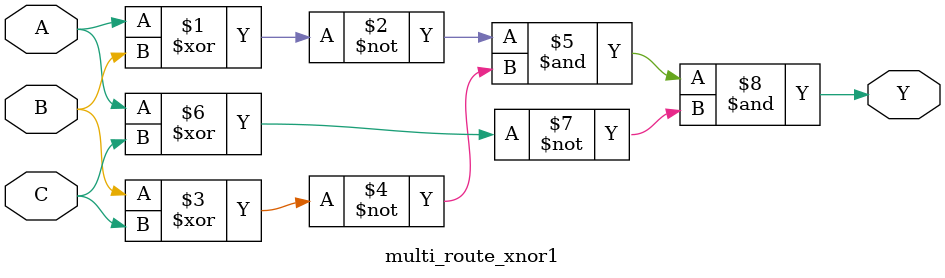
<source format=sv>
module multi_route_xnor1 (A, B, C, Y);
    input wire A, B, C;
    output wire Y;

    assign Y = ~(A ^ B) & ~(B ^ C) & ~(A ^ C);
endmodule
</source>
